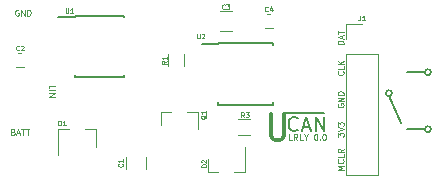
<source format=gto>
G04 #@! TF.GenerationSoftware,KiCad,Pcbnew,(2018-02-16 revision c95340fba)-makepkg*
G04 #@! TF.CreationDate,2018-05-26T17:23:00+02:00*
G04 #@! TF.ProjectId,lin_bb,6C696E5F62622E6B696361645F706362,rev?*
G04 #@! TF.SameCoordinates,PX7d54dd0PY6718300*
G04 #@! TF.FileFunction,Legend,Top*
G04 #@! TF.FilePolarity,Positive*
%FSLAX46Y46*%
G04 Gerber Fmt 4.6, Leading zero omitted, Abs format (unit mm)*
G04 Created by KiCad (PCBNEW (2018-02-16 revision c95340fba)-makepkg) date 05/26/18 17:23:00*
%MOMM*%
%LPD*%
G01*
G04 APERTURE LIST*
%ADD10C,0.200000*%
%ADD11C,0.300000*%
%ADD12C,0.125000*%
%ADD13C,0.120000*%
%ADD14C,0.150000*%
%ADD15C,0.100000*%
%ADD16R,1.400000X1.650000*%
%ADD17R,1.650000X1.400000*%
%ADD18R,1.200000X1.150000*%
%ADD19O,2.100000X2.100000*%
%ADD20R,2.100000X2.100000*%
%ADD21O,4.360000X2.380000*%
%ADD22R,4.360000X2.380000*%
%ADD23R,1.300000X0.900000*%
%ADD24R,1.950000X1.000000*%
%ADD25R,1.200000X1.300000*%
%ADD26C,2.940000*%
%ADD27R,1.850000X0.850000*%
%ADD28R,0.900000X1.300000*%
G04 APERTURE END LIST*
D10*
X28879800Y-9677400D02*
X32245300Y-9677400D01*
D11*
X27736871Y-9742638D02*
X27736871Y-11523590D01*
X27832109Y-11733114D01*
X27927347Y-11837876D01*
X28117823Y-11942638D01*
X28498776Y-11942638D01*
X28689252Y-11837876D01*
X28784490Y-11733114D01*
X28879728Y-11523590D01*
X28879728Y-9742638D01*
D12*
X29550680Y-11935590D02*
X29312585Y-11935590D01*
X29312585Y-11435590D01*
X30003061Y-11935590D02*
X29836395Y-11697495D01*
X29717347Y-11935590D02*
X29717347Y-11435590D01*
X29907823Y-11435590D01*
X29955442Y-11459400D01*
X29979252Y-11483209D01*
X30003061Y-11530828D01*
X30003061Y-11602257D01*
X29979252Y-11649876D01*
X29955442Y-11673685D01*
X29907823Y-11697495D01*
X29717347Y-11697495D01*
X30455442Y-11935590D02*
X30217347Y-11935590D01*
X30217347Y-11435590D01*
X30717347Y-11697495D02*
X30717347Y-11935590D01*
X30550680Y-11435590D02*
X30717347Y-11697495D01*
X30884014Y-11435590D01*
X31526871Y-11435590D02*
X31574490Y-11435590D01*
X31622109Y-11459400D01*
X31645919Y-11483209D01*
X31669728Y-11530828D01*
X31693538Y-11626066D01*
X31693538Y-11745114D01*
X31669728Y-11840352D01*
X31645919Y-11887971D01*
X31622109Y-11911780D01*
X31574490Y-11935590D01*
X31526871Y-11935590D01*
X31479252Y-11911780D01*
X31455442Y-11887971D01*
X31431633Y-11840352D01*
X31407823Y-11745114D01*
X31407823Y-11626066D01*
X31431633Y-11530828D01*
X31455442Y-11483209D01*
X31479252Y-11459400D01*
X31526871Y-11435590D01*
X31907823Y-11887971D02*
X31931633Y-11911780D01*
X31907823Y-11935590D01*
X31884014Y-11911780D01*
X31907823Y-11887971D01*
X31907823Y-11935590D01*
X32241157Y-11435590D02*
X32288776Y-11435590D01*
X32336395Y-11459400D01*
X32360204Y-11483209D01*
X32384014Y-11530828D01*
X32407823Y-11626066D01*
X32407823Y-11745114D01*
X32384014Y-11840352D01*
X32360204Y-11887971D01*
X32336395Y-11911780D01*
X32288776Y-11935590D01*
X32241157Y-11935590D01*
X32193538Y-11911780D01*
X32169728Y-11887971D01*
X32145919Y-11840352D01*
X32122109Y-11745114D01*
X32122109Y-11626066D01*
X32145919Y-11530828D01*
X32169728Y-11483209D01*
X32193538Y-11459400D01*
X32241157Y-11435590D01*
D10*
X30013371Y-11058471D02*
X29956228Y-11115614D01*
X29784800Y-11172757D01*
X29670514Y-11172757D01*
X29499085Y-11115614D01*
X29384800Y-11001328D01*
X29327657Y-10887042D01*
X29270514Y-10658471D01*
X29270514Y-10487042D01*
X29327657Y-10258471D01*
X29384800Y-10144185D01*
X29499085Y-10029900D01*
X29670514Y-9972757D01*
X29784800Y-9972757D01*
X29956228Y-10029900D01*
X30013371Y-10087042D01*
X30470514Y-10829900D02*
X31041942Y-10829900D01*
X30356228Y-11172757D02*
X30756228Y-9972757D01*
X31156228Y-11172757D01*
X31556228Y-11172757D02*
X31556228Y-9972757D01*
X32241942Y-11172757D01*
X32241942Y-9972757D01*
D12*
X5942876Y-11241885D02*
X6014304Y-11265695D01*
X6038114Y-11289504D01*
X6061923Y-11337123D01*
X6061923Y-11408552D01*
X6038114Y-11456171D01*
X6014304Y-11479980D01*
X5966685Y-11503790D01*
X5776209Y-11503790D01*
X5776209Y-11003790D01*
X5942876Y-11003790D01*
X5990495Y-11027600D01*
X6014304Y-11051409D01*
X6038114Y-11099028D01*
X6038114Y-11146647D01*
X6014304Y-11194266D01*
X5990495Y-11218076D01*
X5942876Y-11241885D01*
X5776209Y-11241885D01*
X6252400Y-11360933D02*
X6490495Y-11360933D01*
X6204780Y-11503790D02*
X6371447Y-11003790D01*
X6538114Y-11503790D01*
X6633352Y-11003790D02*
X6919066Y-11003790D01*
X6776209Y-11503790D02*
X6776209Y-11003790D01*
X7014304Y-11003790D02*
X7300019Y-11003790D01*
X7157161Y-11503790D02*
X7157161Y-11003790D01*
X9006709Y-7558909D02*
X9006709Y-7320814D01*
X9506709Y-7320814D01*
X9006709Y-7725576D02*
X9506709Y-7725576D01*
X9006709Y-7963671D02*
X9506709Y-7963671D01*
X9006709Y-8249385D01*
X9506709Y-8249385D01*
X6375447Y-931100D02*
X6327828Y-907290D01*
X6256400Y-907290D01*
X6184971Y-931100D01*
X6137352Y-978719D01*
X6113542Y-1026338D01*
X6089733Y-1121576D01*
X6089733Y-1193004D01*
X6113542Y-1288242D01*
X6137352Y-1335861D01*
X6184971Y-1383480D01*
X6256400Y-1407290D01*
X6304019Y-1407290D01*
X6375447Y-1383480D01*
X6399257Y-1359671D01*
X6399257Y-1193004D01*
X6304019Y-1193004D01*
X6613542Y-1407290D02*
X6613542Y-907290D01*
X6899257Y-1407290D01*
X6899257Y-907290D01*
X7137352Y-1407290D02*
X7137352Y-907290D01*
X7256400Y-907290D01*
X7327828Y-931100D01*
X7375447Y-978719D01*
X7399257Y-1026338D01*
X7423066Y-1121576D01*
X7423066Y-1193004D01*
X7399257Y-1288242D01*
X7375447Y-1335861D01*
X7327828Y-1383480D01*
X7256400Y-1407290D01*
X7137352Y-1407290D01*
D10*
X41300400Y-11023600D02*
G75*
G03X41300400Y-11023600I-254000J0D01*
G01*
X41300400Y-6197600D02*
G75*
G03X41300400Y-6197600I-254000J0D01*
G01*
X37998400Y-7975600D02*
G75*
G03X37998400Y-7975600I-254000J0D01*
G01*
X38760400Y-10515600D02*
X37744400Y-8229600D01*
X40792400Y-6197600D02*
X39268400Y-6197600D01*
X40792400Y-11023600D02*
X39268400Y-11023600D01*
D12*
X33858971Y-6114219D02*
X33882780Y-6138028D01*
X33906590Y-6209457D01*
X33906590Y-6257076D01*
X33882780Y-6328504D01*
X33835161Y-6376123D01*
X33787542Y-6399933D01*
X33692304Y-6423742D01*
X33620876Y-6423742D01*
X33525638Y-6399933D01*
X33478019Y-6376123D01*
X33430400Y-6328504D01*
X33406590Y-6257076D01*
X33406590Y-6209457D01*
X33430400Y-6138028D01*
X33454209Y-6114219D01*
X33906590Y-5661838D02*
X33906590Y-5899933D01*
X33406590Y-5899933D01*
X33906590Y-5495171D02*
X33406590Y-5495171D01*
X33906590Y-5209457D02*
X33620876Y-5423742D01*
X33406590Y-5209457D02*
X33692304Y-5495171D01*
X33906590Y-3812314D02*
X33406590Y-3812314D01*
X33406590Y-3693266D01*
X33430400Y-3621838D01*
X33478019Y-3574219D01*
X33525638Y-3550409D01*
X33620876Y-3526600D01*
X33692304Y-3526600D01*
X33787542Y-3550409D01*
X33835161Y-3574219D01*
X33882780Y-3621838D01*
X33906590Y-3693266D01*
X33906590Y-3812314D01*
X33763733Y-3336123D02*
X33763733Y-3098028D01*
X33906590Y-3383742D02*
X33406590Y-3217076D01*
X33906590Y-3050409D01*
X33406590Y-2955171D02*
X33406590Y-2669457D01*
X33906590Y-2812314D02*
X33406590Y-2812314D01*
X33430400Y-8864552D02*
X33406590Y-8912171D01*
X33406590Y-8983600D01*
X33430400Y-9055028D01*
X33478019Y-9102647D01*
X33525638Y-9126457D01*
X33620876Y-9150266D01*
X33692304Y-9150266D01*
X33787542Y-9126457D01*
X33835161Y-9102647D01*
X33882780Y-9055028D01*
X33906590Y-8983600D01*
X33906590Y-8935980D01*
X33882780Y-8864552D01*
X33858971Y-8840742D01*
X33692304Y-8840742D01*
X33692304Y-8935980D01*
X33906590Y-8626457D02*
X33406590Y-8626457D01*
X33906590Y-8340742D01*
X33406590Y-8340742D01*
X33906590Y-8102647D02*
X33406590Y-8102647D01*
X33406590Y-7983600D01*
X33430400Y-7912171D01*
X33478019Y-7864552D01*
X33525638Y-7840742D01*
X33620876Y-7816933D01*
X33692304Y-7816933D01*
X33787542Y-7840742D01*
X33835161Y-7864552D01*
X33882780Y-7912171D01*
X33906590Y-7983600D01*
X33906590Y-8102647D01*
X33906590Y-14432647D02*
X33406590Y-14432647D01*
X33763733Y-14265980D01*
X33406590Y-14099314D01*
X33906590Y-14099314D01*
X33858971Y-13575504D02*
X33882780Y-13599314D01*
X33906590Y-13670742D01*
X33906590Y-13718361D01*
X33882780Y-13789790D01*
X33835161Y-13837409D01*
X33787542Y-13861219D01*
X33692304Y-13885028D01*
X33620876Y-13885028D01*
X33525638Y-13861219D01*
X33478019Y-13837409D01*
X33430400Y-13789790D01*
X33406590Y-13718361D01*
X33406590Y-13670742D01*
X33430400Y-13599314D01*
X33454209Y-13575504D01*
X33906590Y-13123123D02*
X33906590Y-13361219D01*
X33406590Y-13361219D01*
X33906590Y-12670742D02*
X33668495Y-12837409D01*
X33906590Y-12956457D02*
X33406590Y-12956457D01*
X33406590Y-12765980D01*
X33430400Y-12718361D01*
X33454209Y-12694552D01*
X33501828Y-12670742D01*
X33573257Y-12670742D01*
X33620876Y-12694552D01*
X33644685Y-12718361D01*
X33668495Y-12765980D01*
X33668495Y-12956457D01*
X33406590Y-11642647D02*
X33406590Y-11333123D01*
X33597066Y-11499790D01*
X33597066Y-11428361D01*
X33620876Y-11380742D01*
X33644685Y-11356933D01*
X33692304Y-11333123D01*
X33811352Y-11333123D01*
X33858971Y-11356933D01*
X33882780Y-11380742D01*
X33906590Y-11428361D01*
X33906590Y-11571219D01*
X33882780Y-11618838D01*
X33858971Y-11642647D01*
X33406590Y-11190266D02*
X33906590Y-11023600D01*
X33406590Y-10856933D01*
X33406590Y-10737885D02*
X33406590Y-10428361D01*
X33597066Y-10595028D01*
X33597066Y-10523600D01*
X33620876Y-10475980D01*
X33644685Y-10452171D01*
X33692304Y-10428361D01*
X33811352Y-10428361D01*
X33858971Y-10452171D01*
X33882780Y-10475980D01*
X33906590Y-10523600D01*
X33906590Y-10666457D01*
X33882780Y-10714076D01*
X33858971Y-10737885D01*
D13*
X24426800Y-1029600D02*
X23426800Y-1029600D01*
X23426800Y-2729600D02*
X24426800Y-2729600D01*
X17194900Y-14381100D02*
X17194900Y-13381100D01*
X15494900Y-13381100D02*
X15494900Y-14381100D01*
X6852400Y-5781600D02*
X6152400Y-5781600D01*
X6152400Y-4581600D02*
X6852400Y-4581600D01*
X34128400Y-2073600D02*
X35458400Y-2073600D01*
X34128400Y-3403600D02*
X34128400Y-2073600D01*
X34128400Y-4673600D02*
X36788400Y-4673600D01*
X36788400Y-4673600D02*
X36788400Y-14893600D01*
X34128400Y-4673600D02*
X34128400Y-14893600D01*
X34128400Y-14893600D02*
X36788400Y-14893600D01*
X19081200Y-5681600D02*
X19081200Y-4681600D01*
X20441200Y-4681600D02*
X20441200Y-5681600D01*
D14*
X11158400Y-1513600D02*
X9758400Y-1513600D01*
X11158400Y-6613600D02*
X15308400Y-6613600D01*
X11158400Y-1463600D02*
X15308400Y-1463600D01*
X11158400Y-6613600D02*
X11158400Y-6468600D01*
X15308400Y-6613600D02*
X15308400Y-6468600D01*
X15308400Y-1463600D02*
X15308400Y-1608600D01*
X11158400Y-1463600D02*
X11158400Y-1513600D01*
D13*
X27922400Y-2479600D02*
X27222400Y-2479600D01*
X27222400Y-1279600D02*
X27922400Y-1279600D01*
X12908400Y-11025600D02*
X12908400Y-12485600D01*
X9748400Y-11025600D02*
X9748400Y-13185600D01*
X9748400Y-11025600D02*
X10678400Y-11025600D01*
X12908400Y-11025600D02*
X11978400Y-11025600D01*
X21595200Y-9552400D02*
X21595200Y-11012400D01*
X18435200Y-9552400D02*
X18435200Y-11712400D01*
X18435200Y-9552400D02*
X19365200Y-9552400D01*
X21595200Y-9552400D02*
X20665200Y-9552400D01*
D14*
X23290900Y-3824600D02*
X21940900Y-3824600D01*
X23290900Y-8949600D02*
X27940900Y-8949600D01*
X23290900Y-3699600D02*
X27940900Y-3699600D01*
X23290900Y-8949600D02*
X23290900Y-8724600D01*
X27940900Y-8949600D02*
X27940900Y-8724600D01*
X27940900Y-3699600D02*
X27940900Y-3924600D01*
X23290900Y-3699600D02*
X23290900Y-3824600D01*
D13*
X25001600Y-10140400D02*
X26001600Y-10140400D01*
X26001600Y-11500400D02*
X25001600Y-11500400D01*
X22397600Y-14679200D02*
X22397600Y-13219200D01*
X25557600Y-14679200D02*
X25557600Y-12519200D01*
X25557600Y-14679200D02*
X24627600Y-14679200D01*
X22397600Y-14679200D02*
X23327600Y-14679200D01*
D15*
X23860133Y-803257D02*
X23841085Y-822304D01*
X23783942Y-841352D01*
X23745847Y-841352D01*
X23688704Y-822304D01*
X23650609Y-784209D01*
X23631561Y-746114D01*
X23612514Y-669923D01*
X23612514Y-612780D01*
X23631561Y-536590D01*
X23650609Y-498495D01*
X23688704Y-460400D01*
X23745847Y-441352D01*
X23783942Y-441352D01*
X23841085Y-460400D01*
X23860133Y-479447D01*
X23993466Y-441352D02*
X24241085Y-441352D01*
X24107752Y-593733D01*
X24164895Y-593733D01*
X24202990Y-612780D01*
X24222038Y-631828D01*
X24241085Y-669923D01*
X24241085Y-765161D01*
X24222038Y-803257D01*
X24202990Y-822304D01*
X24164895Y-841352D01*
X24050609Y-841352D01*
X24012514Y-822304D01*
X23993466Y-803257D01*
X15179657Y-13935066D02*
X15198704Y-13954114D01*
X15217752Y-14011257D01*
X15217752Y-14049352D01*
X15198704Y-14106495D01*
X15160609Y-14144590D01*
X15122514Y-14163638D01*
X15046323Y-14182685D01*
X14989180Y-14182685D01*
X14912990Y-14163638D01*
X14874895Y-14144590D01*
X14836800Y-14106495D01*
X14817752Y-14049352D01*
X14817752Y-14011257D01*
X14836800Y-13954114D01*
X14855847Y-13935066D01*
X15217752Y-13554114D02*
X15217752Y-13782685D01*
X15217752Y-13668400D02*
X14817752Y-13668400D01*
X14874895Y-13706495D01*
X14912990Y-13744590D01*
X14932038Y-13782685D01*
X6435733Y-4308457D02*
X6416685Y-4327504D01*
X6359542Y-4346552D01*
X6321447Y-4346552D01*
X6264304Y-4327504D01*
X6226209Y-4289409D01*
X6207161Y-4251314D01*
X6188114Y-4175123D01*
X6188114Y-4117980D01*
X6207161Y-4041790D01*
X6226209Y-4003695D01*
X6264304Y-3965600D01*
X6321447Y-3946552D01*
X6359542Y-3946552D01*
X6416685Y-3965600D01*
X6435733Y-3984647D01*
X6588114Y-3984647D02*
X6607161Y-3965600D01*
X6645257Y-3946552D01*
X6740495Y-3946552D01*
X6778590Y-3965600D01*
X6797638Y-3984647D01*
X6816685Y-4022742D01*
X6816685Y-4060838D01*
X6797638Y-4117980D01*
X6569066Y-4346552D01*
X6816685Y-4346552D01*
X35325066Y-1406552D02*
X35325066Y-1692266D01*
X35306019Y-1749409D01*
X35267923Y-1787504D01*
X35210780Y-1806552D01*
X35172685Y-1806552D01*
X35725066Y-1806552D02*
X35496495Y-1806552D01*
X35610780Y-1806552D02*
X35610780Y-1406552D01*
X35572685Y-1463695D01*
X35534590Y-1501790D01*
X35496495Y-1520838D01*
X18926152Y-5248266D02*
X18735676Y-5381600D01*
X18926152Y-5476838D02*
X18526152Y-5476838D01*
X18526152Y-5324457D01*
X18545200Y-5286361D01*
X18564247Y-5267314D01*
X18602342Y-5248266D01*
X18659485Y-5248266D01*
X18697580Y-5267314D01*
X18716628Y-5286361D01*
X18735676Y-5324457D01*
X18735676Y-5476838D01*
X18926152Y-4867314D02*
X18926152Y-5095885D01*
X18926152Y-4981600D02*
X18526152Y-4981600D01*
X18583295Y-5019695D01*
X18621390Y-5057790D01*
X18640438Y-5095885D01*
X10388638Y-771552D02*
X10388638Y-1095361D01*
X10407685Y-1133457D01*
X10426733Y-1152504D01*
X10464828Y-1171552D01*
X10541019Y-1171552D01*
X10579114Y-1152504D01*
X10598161Y-1133457D01*
X10617209Y-1095361D01*
X10617209Y-771552D01*
X11017209Y-1171552D02*
X10788638Y-1171552D01*
X10902923Y-1171552D02*
X10902923Y-771552D01*
X10864828Y-828695D01*
X10826733Y-866790D01*
X10788638Y-885838D01*
X27505733Y-1006457D02*
X27486685Y-1025504D01*
X27429542Y-1044552D01*
X27391447Y-1044552D01*
X27334304Y-1025504D01*
X27296209Y-987409D01*
X27277161Y-949314D01*
X27258114Y-873123D01*
X27258114Y-815980D01*
X27277161Y-739790D01*
X27296209Y-701695D01*
X27334304Y-663600D01*
X27391447Y-644552D01*
X27429542Y-644552D01*
X27486685Y-663600D01*
X27505733Y-682647D01*
X27848590Y-777885D02*
X27848590Y-1044552D01*
X27753352Y-625504D02*
X27658114Y-911219D01*
X27905733Y-911219D01*
X9763161Y-10696552D02*
X9763161Y-10296552D01*
X9858400Y-10296552D01*
X9915542Y-10315600D01*
X9953638Y-10353695D01*
X9972685Y-10391790D01*
X9991733Y-10467980D01*
X9991733Y-10525123D01*
X9972685Y-10601314D01*
X9953638Y-10639409D01*
X9915542Y-10677504D01*
X9858400Y-10696552D01*
X9763161Y-10696552D01*
X10372685Y-10696552D02*
X10144114Y-10696552D01*
X10258400Y-10696552D02*
X10258400Y-10296552D01*
X10220304Y-10353695D01*
X10182209Y-10391790D01*
X10144114Y-10410838D01*
X22266247Y-9842495D02*
X22247200Y-9880590D01*
X22209104Y-9918685D01*
X22151961Y-9975828D01*
X22132914Y-10013923D01*
X22132914Y-10052019D01*
X22228152Y-10032971D02*
X22209104Y-10071066D01*
X22171009Y-10109161D01*
X22094819Y-10128209D01*
X21961485Y-10128209D01*
X21885295Y-10109161D01*
X21847200Y-10071066D01*
X21828152Y-10032971D01*
X21828152Y-9956780D01*
X21847200Y-9918685D01*
X21885295Y-9880590D01*
X21961485Y-9861542D01*
X22094819Y-9861542D01*
X22171009Y-9880590D01*
X22209104Y-9918685D01*
X22228152Y-9956780D01*
X22228152Y-10032971D01*
X22228152Y-9480590D02*
X22228152Y-9709161D01*
X22228152Y-9594876D02*
X21828152Y-9594876D01*
X21885295Y-9632971D01*
X21923390Y-9671066D01*
X21942438Y-9709161D01*
X21501138Y-2930552D02*
X21501138Y-3254361D01*
X21520185Y-3292457D01*
X21539233Y-3311504D01*
X21577328Y-3330552D01*
X21653519Y-3330552D01*
X21691614Y-3311504D01*
X21710661Y-3292457D01*
X21729709Y-3254361D01*
X21729709Y-2930552D01*
X21901138Y-2968647D02*
X21920185Y-2949600D01*
X21958280Y-2930552D01*
X22053519Y-2930552D01*
X22091614Y-2949600D01*
X22110661Y-2968647D01*
X22129709Y-3006742D01*
X22129709Y-3044838D01*
X22110661Y-3101980D01*
X21882090Y-3330552D01*
X22129709Y-3330552D01*
X25485733Y-9985352D02*
X25352400Y-9794876D01*
X25257161Y-9985352D02*
X25257161Y-9585352D01*
X25409542Y-9585352D01*
X25447638Y-9604400D01*
X25466685Y-9623447D01*
X25485733Y-9661542D01*
X25485733Y-9718685D01*
X25466685Y-9756780D01*
X25447638Y-9775828D01*
X25409542Y-9794876D01*
X25257161Y-9794876D01*
X25619066Y-9585352D02*
X25866685Y-9585352D01*
X25733352Y-9737733D01*
X25790495Y-9737733D01*
X25828590Y-9756780D01*
X25847638Y-9775828D01*
X25866685Y-9813923D01*
X25866685Y-9909161D01*
X25847638Y-9947257D01*
X25828590Y-9966304D01*
X25790495Y-9985352D01*
X25676209Y-9985352D01*
X25638114Y-9966304D01*
X25619066Y-9947257D01*
X22278952Y-14214438D02*
X21878952Y-14214438D01*
X21878952Y-14119200D01*
X21898000Y-14062057D01*
X21936095Y-14023961D01*
X21974190Y-14004914D01*
X22050380Y-13985866D01*
X22107523Y-13985866D01*
X22183714Y-14004914D01*
X22221809Y-14023961D01*
X22259904Y-14062057D01*
X22278952Y-14119200D01*
X22278952Y-14214438D01*
X21917047Y-13833485D02*
X21898000Y-13814438D01*
X21878952Y-13776342D01*
X21878952Y-13681104D01*
X21898000Y-13643009D01*
X21917047Y-13623961D01*
X21955142Y-13604914D01*
X21993238Y-13604914D01*
X22050380Y-13623961D01*
X22278952Y-13852533D01*
X22278952Y-13604914D01*
%LPC*%
D16*
X22926800Y-1879600D03*
X24926800Y-1879600D03*
D17*
X16344900Y-12881100D03*
X16344900Y-14881100D03*
D18*
X7252400Y-5181600D03*
X5752400Y-5181600D03*
D19*
X35458400Y-13563600D03*
X35458400Y-11023600D03*
X35458400Y-8483600D03*
X35458400Y-5943600D03*
D20*
X35458400Y-3403600D03*
D21*
X6502400Y-12768600D03*
X6502400Y-7768600D03*
D22*
X6502400Y-2768600D03*
D23*
X19761200Y-4431600D03*
X19761200Y-5931600D03*
D24*
X15933400Y-2133600D03*
X15933400Y-3403600D03*
X15933400Y-4673600D03*
X15933400Y-5943600D03*
X10533400Y-5943600D03*
X10533400Y-4673600D03*
X10533400Y-3403600D03*
X10533400Y-2133600D03*
D21*
X41554400Y-3563600D03*
X41554400Y-8563600D03*
D22*
X41554400Y-13563600D03*
D18*
X28322400Y-1879600D03*
X26822400Y-1879600D03*
D25*
X11328400Y-10785600D03*
X12278400Y-12785600D03*
X10378400Y-12785600D03*
D26*
X31116400Y-14229600D03*
X16916400Y-8229600D03*
X31116400Y-2229600D03*
X18916400Y-14229600D03*
X18916400Y-2229600D03*
D25*
X20015200Y-9312400D03*
X20965200Y-11312400D03*
X19065200Y-11312400D03*
D27*
X28565900Y-4374600D03*
X28565900Y-5024600D03*
X28565900Y-5674600D03*
X28565900Y-6324600D03*
X28565900Y-6974600D03*
X28565900Y-7624600D03*
X28565900Y-8274600D03*
X22665900Y-8274600D03*
X22665900Y-7624600D03*
X22665900Y-6974600D03*
X22665900Y-6324600D03*
X22665900Y-5674600D03*
X22665900Y-5024600D03*
X22665900Y-4374600D03*
D28*
X26251600Y-10820400D03*
X24751600Y-10820400D03*
D25*
X23977600Y-14919200D03*
X23027600Y-12919200D03*
X24927600Y-12919200D03*
M02*

</source>
